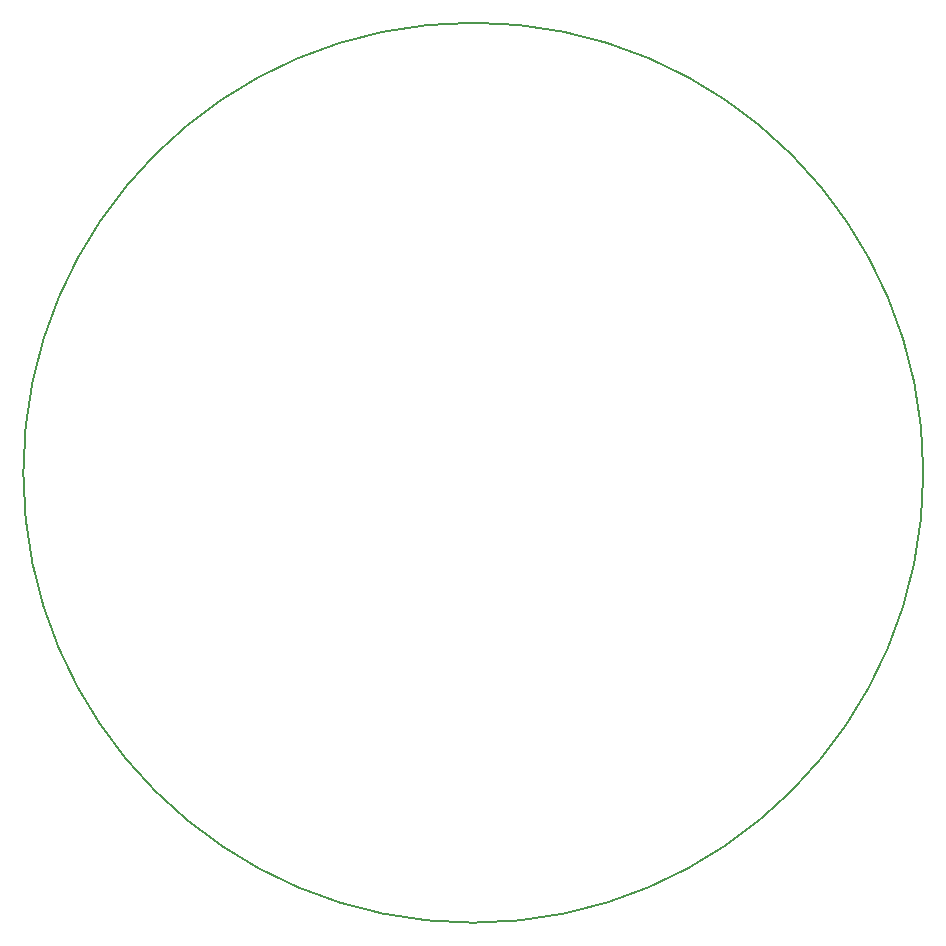
<source format=gbr>
G04 (created by PCBNEW (2013-07-07 BZR 4022)-stable) date 9/25/2013 7:54:20 PM*
%MOIN*%
G04 Gerber Fmt 3.4, Leading zero omitted, Abs format*
%FSLAX34Y34*%
G01*
G70*
G90*
G04 APERTURE LIST*
%ADD10C,0.006*%
%ADD11C,0.005*%
G04 APERTURE END LIST*
G54D10*
G54D11*
X99000Y-59500D02*
G75*
G03X99000Y-59500I-15000J0D01*
G74*
G01*
M02*

</source>
